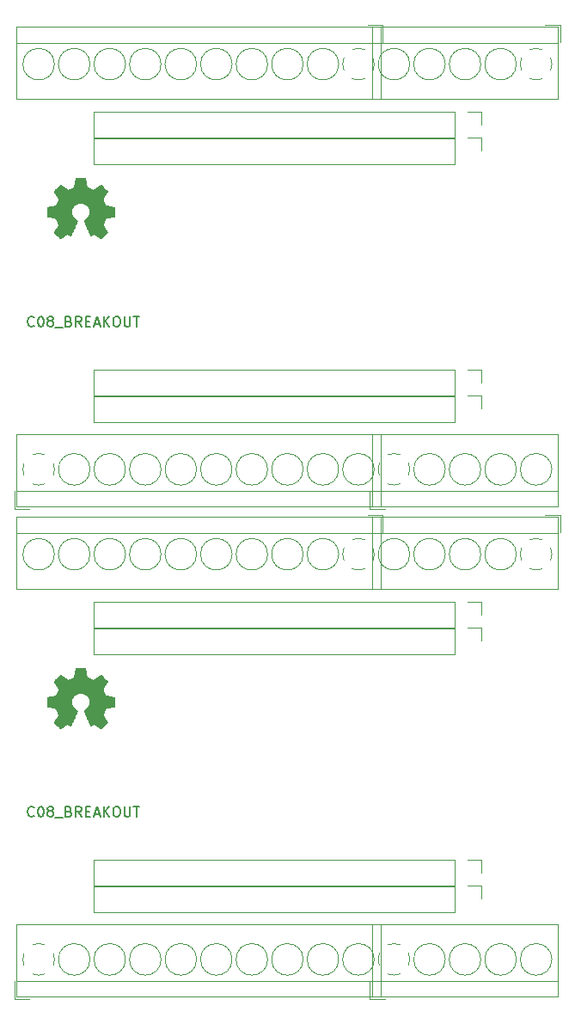
<source format=gbr>
G04 #@! TF.GenerationSoftware,KiCad,Pcbnew,5.1.5-52549c5~86~ubuntu18.04.1*
G04 #@! TF.CreationDate,2020-09-23T16:13:49-05:00*
G04 #@! TF.ProjectId,,58585858-5858-4585-9858-585858585858,rev?*
G04 #@! TF.SameCoordinates,Original*
G04 #@! TF.FileFunction,Legend,Top*
G04 #@! TF.FilePolarity,Positive*
%FSLAX46Y46*%
G04 Gerber Fmt 4.6, Leading zero omitted, Abs format (unit mm)*
G04 Created by KiCad (PCBNEW 5.1.5-52549c5~86~ubuntu18.04.1) date 2020-09-23 16:13:49*
%MOMM*%
%LPD*%
G04 APERTURE LIST*
%ADD10C,0.150000*%
%ADD11C,0.120000*%
%ADD12C,0.010000*%
G04 APERTURE END LIST*
D10*
X102176866Y-110567742D02*
X102129247Y-110615361D01*
X101986390Y-110662980D01*
X101891152Y-110662980D01*
X101748295Y-110615361D01*
X101653057Y-110520123D01*
X101605438Y-110424885D01*
X101557819Y-110234409D01*
X101557819Y-110091552D01*
X101605438Y-109901076D01*
X101653057Y-109805838D01*
X101748295Y-109710600D01*
X101891152Y-109662980D01*
X101986390Y-109662980D01*
X102129247Y-109710600D01*
X102176866Y-109758219D01*
X102795914Y-109662980D02*
X102891152Y-109662980D01*
X102986390Y-109710600D01*
X103034009Y-109758219D01*
X103081628Y-109853457D01*
X103129247Y-110043933D01*
X103129247Y-110282028D01*
X103081628Y-110472504D01*
X103034009Y-110567742D01*
X102986390Y-110615361D01*
X102891152Y-110662980D01*
X102795914Y-110662980D01*
X102700676Y-110615361D01*
X102653057Y-110567742D01*
X102605438Y-110472504D01*
X102557819Y-110282028D01*
X102557819Y-110043933D01*
X102605438Y-109853457D01*
X102653057Y-109758219D01*
X102700676Y-109710600D01*
X102795914Y-109662980D01*
X103700676Y-110091552D02*
X103605438Y-110043933D01*
X103557819Y-109996314D01*
X103510200Y-109901076D01*
X103510200Y-109853457D01*
X103557819Y-109758219D01*
X103605438Y-109710600D01*
X103700676Y-109662980D01*
X103891152Y-109662980D01*
X103986390Y-109710600D01*
X104034009Y-109758219D01*
X104081628Y-109853457D01*
X104081628Y-109901076D01*
X104034009Y-109996314D01*
X103986390Y-110043933D01*
X103891152Y-110091552D01*
X103700676Y-110091552D01*
X103605438Y-110139171D01*
X103557819Y-110186790D01*
X103510200Y-110282028D01*
X103510200Y-110472504D01*
X103557819Y-110567742D01*
X103605438Y-110615361D01*
X103700676Y-110662980D01*
X103891152Y-110662980D01*
X103986390Y-110615361D01*
X104034009Y-110567742D01*
X104081628Y-110472504D01*
X104081628Y-110282028D01*
X104034009Y-110186790D01*
X103986390Y-110139171D01*
X103891152Y-110091552D01*
X104272104Y-110758219D02*
X105034009Y-110758219D01*
X105605438Y-110139171D02*
X105748295Y-110186790D01*
X105795914Y-110234409D01*
X105843533Y-110329647D01*
X105843533Y-110472504D01*
X105795914Y-110567742D01*
X105748295Y-110615361D01*
X105653057Y-110662980D01*
X105272104Y-110662980D01*
X105272104Y-109662980D01*
X105605438Y-109662980D01*
X105700676Y-109710600D01*
X105748295Y-109758219D01*
X105795914Y-109853457D01*
X105795914Y-109948695D01*
X105748295Y-110043933D01*
X105700676Y-110091552D01*
X105605438Y-110139171D01*
X105272104Y-110139171D01*
X106843533Y-110662980D02*
X106510200Y-110186790D01*
X106272104Y-110662980D02*
X106272104Y-109662980D01*
X106653057Y-109662980D01*
X106748295Y-109710600D01*
X106795914Y-109758219D01*
X106843533Y-109853457D01*
X106843533Y-109996314D01*
X106795914Y-110091552D01*
X106748295Y-110139171D01*
X106653057Y-110186790D01*
X106272104Y-110186790D01*
X107272104Y-110139171D02*
X107605438Y-110139171D01*
X107748295Y-110662980D02*
X107272104Y-110662980D01*
X107272104Y-109662980D01*
X107748295Y-109662980D01*
X108129247Y-110377266D02*
X108605438Y-110377266D01*
X108034009Y-110662980D02*
X108367342Y-109662980D01*
X108700676Y-110662980D01*
X109034009Y-110662980D02*
X109034009Y-109662980D01*
X109605438Y-110662980D02*
X109176866Y-110091552D01*
X109605438Y-109662980D02*
X109034009Y-110234409D01*
X110224485Y-109662980D02*
X110414961Y-109662980D01*
X110510200Y-109710600D01*
X110605438Y-109805838D01*
X110653057Y-109996314D01*
X110653057Y-110329647D01*
X110605438Y-110520123D01*
X110510200Y-110615361D01*
X110414961Y-110662980D01*
X110224485Y-110662980D01*
X110129247Y-110615361D01*
X110034009Y-110520123D01*
X109986390Y-110329647D01*
X109986390Y-109996314D01*
X110034009Y-109805838D01*
X110129247Y-109710600D01*
X110224485Y-109662980D01*
X111081628Y-109662980D02*
X111081628Y-110472504D01*
X111129247Y-110567742D01*
X111176866Y-110615361D01*
X111272104Y-110662980D01*
X111462580Y-110662980D01*
X111557819Y-110615361D01*
X111605438Y-110567742D01*
X111653057Y-110472504D01*
X111653057Y-109662980D01*
X111986390Y-109662980D02*
X112557819Y-109662980D01*
X112272104Y-110662980D02*
X112272104Y-109662980D01*
X102176866Y-62307742D02*
X102129247Y-62355361D01*
X101986390Y-62402980D01*
X101891152Y-62402980D01*
X101748295Y-62355361D01*
X101653057Y-62260123D01*
X101605438Y-62164885D01*
X101557819Y-61974409D01*
X101557819Y-61831552D01*
X101605438Y-61641076D01*
X101653057Y-61545838D01*
X101748295Y-61450600D01*
X101891152Y-61402980D01*
X101986390Y-61402980D01*
X102129247Y-61450600D01*
X102176866Y-61498219D01*
X102795914Y-61402980D02*
X102891152Y-61402980D01*
X102986390Y-61450600D01*
X103034009Y-61498219D01*
X103081628Y-61593457D01*
X103129247Y-61783933D01*
X103129247Y-62022028D01*
X103081628Y-62212504D01*
X103034009Y-62307742D01*
X102986390Y-62355361D01*
X102891152Y-62402980D01*
X102795914Y-62402980D01*
X102700676Y-62355361D01*
X102653057Y-62307742D01*
X102605438Y-62212504D01*
X102557819Y-62022028D01*
X102557819Y-61783933D01*
X102605438Y-61593457D01*
X102653057Y-61498219D01*
X102700676Y-61450600D01*
X102795914Y-61402980D01*
X103700676Y-61831552D02*
X103605438Y-61783933D01*
X103557819Y-61736314D01*
X103510200Y-61641076D01*
X103510200Y-61593457D01*
X103557819Y-61498219D01*
X103605438Y-61450600D01*
X103700676Y-61402980D01*
X103891152Y-61402980D01*
X103986390Y-61450600D01*
X104034009Y-61498219D01*
X104081628Y-61593457D01*
X104081628Y-61641076D01*
X104034009Y-61736314D01*
X103986390Y-61783933D01*
X103891152Y-61831552D01*
X103700676Y-61831552D01*
X103605438Y-61879171D01*
X103557819Y-61926790D01*
X103510200Y-62022028D01*
X103510200Y-62212504D01*
X103557819Y-62307742D01*
X103605438Y-62355361D01*
X103700676Y-62402980D01*
X103891152Y-62402980D01*
X103986390Y-62355361D01*
X104034009Y-62307742D01*
X104081628Y-62212504D01*
X104081628Y-62022028D01*
X104034009Y-61926790D01*
X103986390Y-61879171D01*
X103891152Y-61831552D01*
X104272104Y-62498219D02*
X105034009Y-62498219D01*
X105605438Y-61879171D02*
X105748295Y-61926790D01*
X105795914Y-61974409D01*
X105843533Y-62069647D01*
X105843533Y-62212504D01*
X105795914Y-62307742D01*
X105748295Y-62355361D01*
X105653057Y-62402980D01*
X105272104Y-62402980D01*
X105272104Y-61402980D01*
X105605438Y-61402980D01*
X105700676Y-61450600D01*
X105748295Y-61498219D01*
X105795914Y-61593457D01*
X105795914Y-61688695D01*
X105748295Y-61783933D01*
X105700676Y-61831552D01*
X105605438Y-61879171D01*
X105272104Y-61879171D01*
X106843533Y-62402980D02*
X106510200Y-61926790D01*
X106272104Y-62402980D02*
X106272104Y-61402980D01*
X106653057Y-61402980D01*
X106748295Y-61450600D01*
X106795914Y-61498219D01*
X106843533Y-61593457D01*
X106843533Y-61736314D01*
X106795914Y-61831552D01*
X106748295Y-61879171D01*
X106653057Y-61926790D01*
X106272104Y-61926790D01*
X107272104Y-61879171D02*
X107605438Y-61879171D01*
X107748295Y-62402980D02*
X107272104Y-62402980D01*
X107272104Y-61402980D01*
X107748295Y-61402980D01*
X108129247Y-62117266D02*
X108605438Y-62117266D01*
X108034009Y-62402980D02*
X108367342Y-61402980D01*
X108700676Y-62402980D01*
X109034009Y-62402980D02*
X109034009Y-61402980D01*
X109605438Y-62402980D02*
X109176866Y-61831552D01*
X109605438Y-61402980D02*
X109034009Y-61974409D01*
X110224485Y-61402980D02*
X110414961Y-61402980D01*
X110510200Y-61450600D01*
X110605438Y-61545838D01*
X110653057Y-61736314D01*
X110653057Y-62069647D01*
X110605438Y-62260123D01*
X110510200Y-62355361D01*
X110414961Y-62402980D01*
X110224485Y-62402980D01*
X110129247Y-62355361D01*
X110034009Y-62260123D01*
X109986390Y-62069647D01*
X109986390Y-61736314D01*
X110034009Y-61545838D01*
X110129247Y-61450600D01*
X110224485Y-61402980D01*
X111081628Y-61402980D02*
X111081628Y-62212504D01*
X111129247Y-62307742D01*
X111176866Y-62355361D01*
X111272104Y-62402980D01*
X111462580Y-62402980D01*
X111557819Y-62355361D01*
X111605438Y-62307742D01*
X111653057Y-62212504D01*
X111653057Y-61402980D01*
X111986390Y-61402980D02*
X112557819Y-61402980D01*
X112272104Y-62402980D02*
X112272104Y-61402980D01*
D11*
X108027200Y-114859800D02*
X108027200Y-117519800D01*
X143647200Y-114859800D02*
X108027200Y-114859800D01*
X143647200Y-117519800D02*
X108027200Y-117519800D01*
X143647200Y-114859800D02*
X143647200Y-117519800D01*
X144917200Y-114859800D02*
X146247200Y-114859800D01*
X146247200Y-114859800D02*
X146247200Y-116189800D01*
D12*
G36*
X107312014Y-96503531D02*
G01*
X107395835Y-96948155D01*
X107705120Y-97075653D01*
X108014406Y-97203151D01*
X108385446Y-96950846D01*
X108489357Y-96880596D01*
X108583287Y-96817872D01*
X108662852Y-96765538D01*
X108723670Y-96726457D01*
X108761357Y-96703493D01*
X108771621Y-96698542D01*
X108790110Y-96711276D01*
X108829620Y-96746482D01*
X108885722Y-96799662D01*
X108953987Y-96866318D01*
X109029986Y-96941954D01*
X109109292Y-97022072D01*
X109187475Y-97102174D01*
X109260107Y-97177764D01*
X109322759Y-97244345D01*
X109371003Y-97297418D01*
X109400410Y-97332487D01*
X109407441Y-97344223D01*
X109397323Y-97365860D01*
X109368959Y-97413262D01*
X109325329Y-97481793D01*
X109269418Y-97566815D01*
X109204206Y-97663693D01*
X109166419Y-97718950D01*
X109097543Y-97819848D01*
X109036340Y-97910899D01*
X108985778Y-97987570D01*
X108948828Y-98045328D01*
X108928458Y-98079643D01*
X108925397Y-98086854D01*
X108932336Y-98107348D01*
X108951251Y-98155113D01*
X108979287Y-98223432D01*
X109013591Y-98305589D01*
X109051309Y-98394870D01*
X109089587Y-98484558D01*
X109125570Y-98567938D01*
X109156406Y-98638294D01*
X109179239Y-98688910D01*
X109191217Y-98713071D01*
X109191924Y-98714022D01*
X109210731Y-98718636D01*
X109260818Y-98728928D01*
X109336993Y-98743887D01*
X109434065Y-98762501D01*
X109546843Y-98783759D01*
X109612642Y-98796018D01*
X109733150Y-98818962D01*
X109841997Y-98840795D01*
X109933676Y-98860322D01*
X110002681Y-98876348D01*
X110043504Y-98887679D01*
X110051711Y-98891274D01*
X110059748Y-98915606D01*
X110066233Y-98970559D01*
X110071170Y-99049708D01*
X110074564Y-99146626D01*
X110076418Y-99254887D01*
X110076738Y-99368065D01*
X110075527Y-99479735D01*
X110072790Y-99583468D01*
X110068531Y-99672841D01*
X110062755Y-99741426D01*
X110055467Y-99782797D01*
X110051095Y-99791410D01*
X110024964Y-99801733D01*
X109969593Y-99816492D01*
X109892307Y-99833952D01*
X109800430Y-99852380D01*
X109768358Y-99858341D01*
X109613724Y-99886666D01*
X109491575Y-99909476D01*
X109397873Y-99927680D01*
X109328584Y-99942183D01*
X109279671Y-99953892D01*
X109247097Y-99963715D01*
X109226828Y-99972556D01*
X109214826Y-99981324D01*
X109213147Y-99983057D01*
X109196384Y-100010971D01*
X109170814Y-100065295D01*
X109138988Y-100139377D01*
X109103460Y-100226565D01*
X109066783Y-100320208D01*
X109031511Y-100413652D01*
X109000196Y-100500247D01*
X108975393Y-100573340D01*
X108959654Y-100626278D01*
X108955532Y-100652411D01*
X108955876Y-100653326D01*
X108969841Y-100674686D01*
X109001522Y-100721684D01*
X109047591Y-100789427D01*
X109104718Y-100873023D01*
X109169573Y-100967582D01*
X109188043Y-100994454D01*
X109253899Y-101091875D01*
X109311850Y-101180763D01*
X109358738Y-101256012D01*
X109391407Y-101312520D01*
X109406700Y-101345181D01*
X109407441Y-101349193D01*
X109394592Y-101370284D01*
X109359088Y-101412064D01*
X109305493Y-101470045D01*
X109238371Y-101539735D01*
X109162287Y-101616645D01*
X109081804Y-101696283D01*
X109001487Y-101774161D01*
X108925899Y-101845786D01*
X108859605Y-101906670D01*
X108807169Y-101952321D01*
X108773155Y-101978250D01*
X108763745Y-101982483D01*
X108741843Y-101972512D01*
X108697000Y-101945620D01*
X108636521Y-101906336D01*
X108589989Y-101874717D01*
X108505675Y-101816698D01*
X108405826Y-101748384D01*
X108305673Y-101680179D01*
X108251827Y-101643675D01*
X108069571Y-101520400D01*
X107916581Y-101603120D01*
X107846882Y-101639359D01*
X107787614Y-101667526D01*
X107747511Y-101683591D01*
X107737303Y-101685826D01*
X107725029Y-101669322D01*
X107700813Y-101622682D01*
X107666463Y-101550209D01*
X107623788Y-101456206D01*
X107574594Y-101344974D01*
X107520690Y-101220815D01*
X107463884Y-101088032D01*
X107405982Y-100950927D01*
X107348793Y-100813802D01*
X107294124Y-100680958D01*
X107243784Y-100556698D01*
X107199580Y-100445325D01*
X107163319Y-100351139D01*
X107136809Y-100278444D01*
X107121858Y-100231541D01*
X107119454Y-100215433D01*
X107138511Y-100194886D01*
X107180236Y-100161533D01*
X107235906Y-100122302D01*
X107240578Y-100119199D01*
X107384464Y-100004023D01*
X107500483Y-99869653D01*
X107587630Y-99720384D01*
X107644899Y-99560513D01*
X107671286Y-99394337D01*
X107665785Y-99226152D01*
X107627390Y-99060255D01*
X107555095Y-98900942D01*
X107533826Y-98866087D01*
X107423196Y-98725337D01*
X107292502Y-98612314D01*
X107146264Y-98527603D01*
X106989008Y-98471794D01*
X106825257Y-98445474D01*
X106659533Y-98449230D01*
X106496362Y-98483650D01*
X106340265Y-98549323D01*
X106195767Y-98646835D01*
X106151069Y-98686413D01*
X106037312Y-98810303D01*
X105954418Y-98940724D01*
X105897556Y-99086915D01*
X105865887Y-99231688D01*
X105858069Y-99394460D01*
X105884138Y-99558040D01*
X105941445Y-99716898D01*
X106027344Y-99865506D01*
X106139186Y-99998335D01*
X106274323Y-100109856D01*
X106292083Y-100121611D01*
X106348350Y-100160108D01*
X106391123Y-100193463D01*
X106411572Y-100214760D01*
X106411869Y-100215433D01*
X106407479Y-100238471D01*
X106390076Y-100290757D01*
X106361468Y-100367990D01*
X106323465Y-100465868D01*
X106277874Y-100580091D01*
X106226503Y-100706358D01*
X106171162Y-100840367D01*
X106113658Y-100977818D01*
X106055801Y-101114408D01*
X105999398Y-101245837D01*
X105946258Y-101367805D01*
X105898190Y-101476009D01*
X105857001Y-101566149D01*
X105824501Y-101633923D01*
X105802497Y-101675030D01*
X105793636Y-101685826D01*
X105766560Y-101677419D01*
X105715897Y-101654872D01*
X105650383Y-101622213D01*
X105614359Y-101603120D01*
X105461368Y-101520400D01*
X105279112Y-101643675D01*
X105186075Y-101706828D01*
X105084215Y-101776327D01*
X104988762Y-101841765D01*
X104940950Y-101874717D01*
X104873705Y-101919873D01*
X104816764Y-101955657D01*
X104777554Y-101977538D01*
X104764819Y-101982163D01*
X104746283Y-101969685D01*
X104705259Y-101934852D01*
X104645725Y-101881278D01*
X104571658Y-101812583D01*
X104487035Y-101732381D01*
X104433515Y-101680886D01*
X104339881Y-101588886D01*
X104258959Y-101506599D01*
X104194023Y-101437545D01*
X104148342Y-101385244D01*
X104125189Y-101353216D01*
X104122968Y-101346716D01*
X104133276Y-101321994D01*
X104161761Y-101272005D01*
X104205263Y-101201812D01*
X104260623Y-101116475D01*
X104324680Y-101021056D01*
X104342897Y-100994454D01*
X104409273Y-100897767D01*
X104468822Y-100810717D01*
X104518216Y-100738195D01*
X104554125Y-100685093D01*
X104573219Y-100656303D01*
X104575064Y-100653326D01*
X104572305Y-100630382D01*
X104557662Y-100579936D01*
X104533687Y-100508641D01*
X104502934Y-100423147D01*
X104467956Y-100330107D01*
X104431307Y-100236174D01*
X104395539Y-100147999D01*
X104363206Y-100072234D01*
X104336862Y-100015531D01*
X104319058Y-99984543D01*
X104317793Y-99983057D01*
X104306906Y-99974201D01*
X104288518Y-99965443D01*
X104258594Y-99955877D01*
X104213097Y-99944596D01*
X104147991Y-99930693D01*
X104059239Y-99913263D01*
X103942807Y-99891398D01*
X103794658Y-99864191D01*
X103762582Y-99858341D01*
X103667514Y-99839974D01*
X103584635Y-99822005D01*
X103521270Y-99806169D01*
X103484742Y-99794200D01*
X103479844Y-99791410D01*
X103471773Y-99766672D01*
X103465213Y-99711390D01*
X103460167Y-99631989D01*
X103456641Y-99534896D01*
X103454639Y-99426538D01*
X103454164Y-99313340D01*
X103455223Y-99201728D01*
X103457818Y-99098129D01*
X103461954Y-99008968D01*
X103467637Y-98940672D01*
X103474869Y-98899666D01*
X103479229Y-98891274D01*
X103503502Y-98882808D01*
X103558774Y-98869035D01*
X103639538Y-98851150D01*
X103740288Y-98830348D01*
X103855517Y-98807823D01*
X103918298Y-98796018D01*
X104037413Y-98773751D01*
X104143635Y-98753579D01*
X104231773Y-98736515D01*
X104296634Y-98723569D01*
X104333026Y-98715755D01*
X104339016Y-98714022D01*
X104349139Y-98694490D01*
X104370538Y-98647443D01*
X104400361Y-98579603D01*
X104435755Y-98497691D01*
X104473868Y-98408428D01*
X104511847Y-98318535D01*
X104546840Y-98234735D01*
X104575994Y-98163747D01*
X104596457Y-98112294D01*
X104605377Y-98087097D01*
X104605543Y-98085996D01*
X104595431Y-98066119D01*
X104567083Y-98020377D01*
X104523477Y-97953317D01*
X104467594Y-97869484D01*
X104402413Y-97773426D01*
X104364521Y-97718250D01*
X104295475Y-97617081D01*
X104234150Y-97525230D01*
X104183537Y-97447344D01*
X104146629Y-97388069D01*
X104126418Y-97352051D01*
X104123499Y-97343977D01*
X104136047Y-97325184D01*
X104170737Y-97285057D01*
X104223137Y-97228093D01*
X104288816Y-97158785D01*
X104363344Y-97081631D01*
X104442287Y-97001125D01*
X104521217Y-96921763D01*
X104595700Y-96848040D01*
X104661306Y-96784452D01*
X104713604Y-96735494D01*
X104748161Y-96705661D01*
X104759722Y-96698542D01*
X104778546Y-96708553D01*
X104823569Y-96736678D01*
X104890413Y-96780054D01*
X104974701Y-96835818D01*
X105072056Y-96901106D01*
X105145493Y-96950846D01*
X105516533Y-97203151D01*
X106135105Y-96948155D01*
X106218925Y-96503531D01*
X106302746Y-96058907D01*
X107228194Y-96058907D01*
X107312014Y-96503531D01*
G37*
X107312014Y-96503531D02*
X107395835Y-96948155D01*
X107705120Y-97075653D01*
X108014406Y-97203151D01*
X108385446Y-96950846D01*
X108489357Y-96880596D01*
X108583287Y-96817872D01*
X108662852Y-96765538D01*
X108723670Y-96726457D01*
X108761357Y-96703493D01*
X108771621Y-96698542D01*
X108790110Y-96711276D01*
X108829620Y-96746482D01*
X108885722Y-96799662D01*
X108953987Y-96866318D01*
X109029986Y-96941954D01*
X109109292Y-97022072D01*
X109187475Y-97102174D01*
X109260107Y-97177764D01*
X109322759Y-97244345D01*
X109371003Y-97297418D01*
X109400410Y-97332487D01*
X109407441Y-97344223D01*
X109397323Y-97365860D01*
X109368959Y-97413262D01*
X109325329Y-97481793D01*
X109269418Y-97566815D01*
X109204206Y-97663693D01*
X109166419Y-97718950D01*
X109097543Y-97819848D01*
X109036340Y-97910899D01*
X108985778Y-97987570D01*
X108948828Y-98045328D01*
X108928458Y-98079643D01*
X108925397Y-98086854D01*
X108932336Y-98107348D01*
X108951251Y-98155113D01*
X108979287Y-98223432D01*
X109013591Y-98305589D01*
X109051309Y-98394870D01*
X109089587Y-98484558D01*
X109125570Y-98567938D01*
X109156406Y-98638294D01*
X109179239Y-98688910D01*
X109191217Y-98713071D01*
X109191924Y-98714022D01*
X109210731Y-98718636D01*
X109260818Y-98728928D01*
X109336993Y-98743887D01*
X109434065Y-98762501D01*
X109546843Y-98783759D01*
X109612642Y-98796018D01*
X109733150Y-98818962D01*
X109841997Y-98840795D01*
X109933676Y-98860322D01*
X110002681Y-98876348D01*
X110043504Y-98887679D01*
X110051711Y-98891274D01*
X110059748Y-98915606D01*
X110066233Y-98970559D01*
X110071170Y-99049708D01*
X110074564Y-99146626D01*
X110076418Y-99254887D01*
X110076738Y-99368065D01*
X110075527Y-99479735D01*
X110072790Y-99583468D01*
X110068531Y-99672841D01*
X110062755Y-99741426D01*
X110055467Y-99782797D01*
X110051095Y-99791410D01*
X110024964Y-99801733D01*
X109969593Y-99816492D01*
X109892307Y-99833952D01*
X109800430Y-99852380D01*
X109768358Y-99858341D01*
X109613724Y-99886666D01*
X109491575Y-99909476D01*
X109397873Y-99927680D01*
X109328584Y-99942183D01*
X109279671Y-99953892D01*
X109247097Y-99963715D01*
X109226828Y-99972556D01*
X109214826Y-99981324D01*
X109213147Y-99983057D01*
X109196384Y-100010971D01*
X109170814Y-100065295D01*
X109138988Y-100139377D01*
X109103460Y-100226565D01*
X109066783Y-100320208D01*
X109031511Y-100413652D01*
X109000196Y-100500247D01*
X108975393Y-100573340D01*
X108959654Y-100626278D01*
X108955532Y-100652411D01*
X108955876Y-100653326D01*
X108969841Y-100674686D01*
X109001522Y-100721684D01*
X109047591Y-100789427D01*
X109104718Y-100873023D01*
X109169573Y-100967582D01*
X109188043Y-100994454D01*
X109253899Y-101091875D01*
X109311850Y-101180763D01*
X109358738Y-101256012D01*
X109391407Y-101312520D01*
X109406700Y-101345181D01*
X109407441Y-101349193D01*
X109394592Y-101370284D01*
X109359088Y-101412064D01*
X109305493Y-101470045D01*
X109238371Y-101539735D01*
X109162287Y-101616645D01*
X109081804Y-101696283D01*
X109001487Y-101774161D01*
X108925899Y-101845786D01*
X108859605Y-101906670D01*
X108807169Y-101952321D01*
X108773155Y-101978250D01*
X108763745Y-101982483D01*
X108741843Y-101972512D01*
X108697000Y-101945620D01*
X108636521Y-101906336D01*
X108589989Y-101874717D01*
X108505675Y-101816698D01*
X108405826Y-101748384D01*
X108305673Y-101680179D01*
X108251827Y-101643675D01*
X108069571Y-101520400D01*
X107916581Y-101603120D01*
X107846882Y-101639359D01*
X107787614Y-101667526D01*
X107747511Y-101683591D01*
X107737303Y-101685826D01*
X107725029Y-101669322D01*
X107700813Y-101622682D01*
X107666463Y-101550209D01*
X107623788Y-101456206D01*
X107574594Y-101344974D01*
X107520690Y-101220815D01*
X107463884Y-101088032D01*
X107405982Y-100950927D01*
X107348793Y-100813802D01*
X107294124Y-100680958D01*
X107243784Y-100556698D01*
X107199580Y-100445325D01*
X107163319Y-100351139D01*
X107136809Y-100278444D01*
X107121858Y-100231541D01*
X107119454Y-100215433D01*
X107138511Y-100194886D01*
X107180236Y-100161533D01*
X107235906Y-100122302D01*
X107240578Y-100119199D01*
X107384464Y-100004023D01*
X107500483Y-99869653D01*
X107587630Y-99720384D01*
X107644899Y-99560513D01*
X107671286Y-99394337D01*
X107665785Y-99226152D01*
X107627390Y-99060255D01*
X107555095Y-98900942D01*
X107533826Y-98866087D01*
X107423196Y-98725337D01*
X107292502Y-98612314D01*
X107146264Y-98527603D01*
X106989008Y-98471794D01*
X106825257Y-98445474D01*
X106659533Y-98449230D01*
X106496362Y-98483650D01*
X106340265Y-98549323D01*
X106195767Y-98646835D01*
X106151069Y-98686413D01*
X106037312Y-98810303D01*
X105954418Y-98940724D01*
X105897556Y-99086915D01*
X105865887Y-99231688D01*
X105858069Y-99394460D01*
X105884138Y-99558040D01*
X105941445Y-99716898D01*
X106027344Y-99865506D01*
X106139186Y-99998335D01*
X106274323Y-100109856D01*
X106292083Y-100121611D01*
X106348350Y-100160108D01*
X106391123Y-100193463D01*
X106411572Y-100214760D01*
X106411869Y-100215433D01*
X106407479Y-100238471D01*
X106390076Y-100290757D01*
X106361468Y-100367990D01*
X106323465Y-100465868D01*
X106277874Y-100580091D01*
X106226503Y-100706358D01*
X106171162Y-100840367D01*
X106113658Y-100977818D01*
X106055801Y-101114408D01*
X105999398Y-101245837D01*
X105946258Y-101367805D01*
X105898190Y-101476009D01*
X105857001Y-101566149D01*
X105824501Y-101633923D01*
X105802497Y-101675030D01*
X105793636Y-101685826D01*
X105766560Y-101677419D01*
X105715897Y-101654872D01*
X105650383Y-101622213D01*
X105614359Y-101603120D01*
X105461368Y-101520400D01*
X105279112Y-101643675D01*
X105186075Y-101706828D01*
X105084215Y-101776327D01*
X104988762Y-101841765D01*
X104940950Y-101874717D01*
X104873705Y-101919873D01*
X104816764Y-101955657D01*
X104777554Y-101977538D01*
X104764819Y-101982163D01*
X104746283Y-101969685D01*
X104705259Y-101934852D01*
X104645725Y-101881278D01*
X104571658Y-101812583D01*
X104487035Y-101732381D01*
X104433515Y-101680886D01*
X104339881Y-101588886D01*
X104258959Y-101506599D01*
X104194023Y-101437545D01*
X104148342Y-101385244D01*
X104125189Y-101353216D01*
X104122968Y-101346716D01*
X104133276Y-101321994D01*
X104161761Y-101272005D01*
X104205263Y-101201812D01*
X104260623Y-101116475D01*
X104324680Y-101021056D01*
X104342897Y-100994454D01*
X104409273Y-100897767D01*
X104468822Y-100810717D01*
X104518216Y-100738195D01*
X104554125Y-100685093D01*
X104573219Y-100656303D01*
X104575064Y-100653326D01*
X104572305Y-100630382D01*
X104557662Y-100579936D01*
X104533687Y-100508641D01*
X104502934Y-100423147D01*
X104467956Y-100330107D01*
X104431307Y-100236174D01*
X104395539Y-100147999D01*
X104363206Y-100072234D01*
X104336862Y-100015531D01*
X104319058Y-99984543D01*
X104317793Y-99983057D01*
X104306906Y-99974201D01*
X104288518Y-99965443D01*
X104258594Y-99955877D01*
X104213097Y-99944596D01*
X104147991Y-99930693D01*
X104059239Y-99913263D01*
X103942807Y-99891398D01*
X103794658Y-99864191D01*
X103762582Y-99858341D01*
X103667514Y-99839974D01*
X103584635Y-99822005D01*
X103521270Y-99806169D01*
X103484742Y-99794200D01*
X103479844Y-99791410D01*
X103471773Y-99766672D01*
X103465213Y-99711390D01*
X103460167Y-99631989D01*
X103456641Y-99534896D01*
X103454639Y-99426538D01*
X103454164Y-99313340D01*
X103455223Y-99201728D01*
X103457818Y-99098129D01*
X103461954Y-99008968D01*
X103467637Y-98940672D01*
X103474869Y-98899666D01*
X103479229Y-98891274D01*
X103503502Y-98882808D01*
X103558774Y-98869035D01*
X103639538Y-98851150D01*
X103740288Y-98830348D01*
X103855517Y-98807823D01*
X103918298Y-98796018D01*
X104037413Y-98773751D01*
X104143635Y-98753579D01*
X104231773Y-98736515D01*
X104296634Y-98723569D01*
X104333026Y-98715755D01*
X104339016Y-98714022D01*
X104349139Y-98694490D01*
X104370538Y-98647443D01*
X104400361Y-98579603D01*
X104435755Y-98497691D01*
X104473868Y-98408428D01*
X104511847Y-98318535D01*
X104546840Y-98234735D01*
X104575994Y-98163747D01*
X104596457Y-98112294D01*
X104605377Y-98087097D01*
X104605543Y-98085996D01*
X104595431Y-98066119D01*
X104567083Y-98020377D01*
X104523477Y-97953317D01*
X104467594Y-97869484D01*
X104402413Y-97773426D01*
X104364521Y-97718250D01*
X104295475Y-97617081D01*
X104234150Y-97525230D01*
X104183537Y-97447344D01*
X104146629Y-97388069D01*
X104126418Y-97352051D01*
X104123499Y-97343977D01*
X104136047Y-97325184D01*
X104170737Y-97285057D01*
X104223137Y-97228093D01*
X104288816Y-97158785D01*
X104363344Y-97081631D01*
X104442287Y-97001125D01*
X104521217Y-96921763D01*
X104595700Y-96848040D01*
X104661306Y-96784452D01*
X104713604Y-96735494D01*
X104748161Y-96705661D01*
X104759722Y-96698542D01*
X104778546Y-96708553D01*
X104823569Y-96736678D01*
X104890413Y-96780054D01*
X104974701Y-96835818D01*
X105072056Y-96901106D01*
X105145493Y-96950846D01*
X105516533Y-97203151D01*
X106135105Y-96948155D01*
X106218925Y-96503531D01*
X106302746Y-96058907D01*
X107228194Y-96058907D01*
X107312014Y-96503531D01*
D11*
X103244787Y-126140385D02*
G75*
G02X102637200Y-126264000I-607587J1431385D01*
G01*
X104069309Y-124101258D02*
G75*
G02X104069200Y-125317000I-1432109J-607742D01*
G01*
X102029458Y-123276891D02*
G75*
G02X103245200Y-123277000I607742J-1432109D01*
G01*
X101205091Y-125316742D02*
G75*
G02X101205200Y-124101000I1432109J607742D01*
G01*
X102664211Y-126264492D02*
G75*
G02X102029200Y-126141000I-27011J1555492D01*
G01*
X107692200Y-124709000D02*
G75*
G03X107692200Y-124709000I-1555000J0D01*
G01*
X111192200Y-124709000D02*
G75*
G03X111192200Y-124709000I-1555000J0D01*
G01*
X114692200Y-124709000D02*
G75*
G03X114692200Y-124709000I-1555000J0D01*
G01*
X118192200Y-124709000D02*
G75*
G03X118192200Y-124709000I-1555000J0D01*
G01*
X121692200Y-124709000D02*
G75*
G03X121692200Y-124709000I-1555000J0D01*
G01*
X125192200Y-124709000D02*
G75*
G03X125192200Y-124709000I-1555000J0D01*
G01*
X128692200Y-124709000D02*
G75*
G03X128692200Y-124709000I-1555000J0D01*
G01*
X132192200Y-124709000D02*
G75*
G03X132192200Y-124709000I-1555000J0D01*
G01*
X135692200Y-124709000D02*
G75*
G03X135692200Y-124709000I-1555000J0D01*
G01*
X100477200Y-126809000D02*
X136297200Y-126809000D01*
X100477200Y-121249000D02*
X136297200Y-121249000D01*
X100477200Y-128369000D02*
X136297200Y-128369000D01*
X100477200Y-121249000D02*
X100477200Y-128369000D01*
X136297200Y-121249000D02*
X136297200Y-128369000D01*
X100237200Y-126869000D02*
X100237200Y-128609000D01*
X100237200Y-128609000D02*
X101737200Y-128609000D01*
X108027200Y-117399800D02*
X108027200Y-120059800D01*
X143647200Y-117399800D02*
X108027200Y-117399800D01*
X143647200Y-120059800D02*
X108027200Y-120059800D01*
X143647200Y-117399800D02*
X143647200Y-120059800D01*
X144917200Y-117399800D02*
X146247200Y-117399800D01*
X146247200Y-117399800D02*
X146247200Y-118729800D01*
X138244787Y-126140385D02*
G75*
G02X137637200Y-126264000I-607587J1431385D01*
G01*
X139069309Y-124101258D02*
G75*
G02X139069200Y-125317000I-1432109J-607742D01*
G01*
X137029458Y-123276891D02*
G75*
G02X138245200Y-123277000I607742J-1432109D01*
G01*
X136205091Y-125316742D02*
G75*
G02X136205200Y-124101000I1432109J607742D01*
G01*
X137664211Y-126264492D02*
G75*
G02X137029200Y-126141000I-27011J1555492D01*
G01*
X142692200Y-124709000D02*
G75*
G03X142692200Y-124709000I-1555000J0D01*
G01*
X146192200Y-124709000D02*
G75*
G03X146192200Y-124709000I-1555000J0D01*
G01*
X149692200Y-124709000D02*
G75*
G03X149692200Y-124709000I-1555000J0D01*
G01*
X153192200Y-124709000D02*
G75*
G03X153192200Y-124709000I-1555000J0D01*
G01*
X135477200Y-126809000D02*
X153797200Y-126809000D01*
X135477200Y-121249000D02*
X153797200Y-121249000D01*
X135477200Y-128369000D02*
X153797200Y-128369000D01*
X135477200Y-121249000D02*
X135477200Y-128369000D01*
X153797200Y-121249000D02*
X153797200Y-128369000D01*
X135237200Y-126869000D02*
X135237200Y-128609000D01*
X135237200Y-128609000D02*
X136737200Y-128609000D01*
X151029613Y-83379215D02*
G75*
G02X151637200Y-83255600I607587J-1431385D01*
G01*
X150205091Y-85418342D02*
G75*
G02X150205200Y-84202600I1432109J607742D01*
G01*
X152244942Y-86242709D02*
G75*
G02X151029200Y-86242600I-607742J1432109D01*
G01*
X153069309Y-84202858D02*
G75*
G02X153069200Y-85418600I-1432109J-607742D01*
G01*
X151610189Y-83255108D02*
G75*
G02X152245200Y-83378600I27011J-1555492D01*
G01*
X149692200Y-84810600D02*
G75*
G03X149692200Y-84810600I-1555000J0D01*
G01*
X146192200Y-84810600D02*
G75*
G03X146192200Y-84810600I-1555000J0D01*
G01*
X142692200Y-84810600D02*
G75*
G03X142692200Y-84810600I-1555000J0D01*
G01*
X139192200Y-84810600D02*
G75*
G03X139192200Y-84810600I-1555000J0D01*
G01*
X153797200Y-82710600D02*
X135477200Y-82710600D01*
X153797200Y-88270600D02*
X135477200Y-88270600D01*
X153797200Y-81150600D02*
X135477200Y-81150600D01*
X153797200Y-88270600D02*
X153797200Y-81150600D01*
X135477200Y-88270600D02*
X135477200Y-81150600D01*
X154037200Y-82650600D02*
X154037200Y-80910600D01*
X154037200Y-80910600D02*
X152537200Y-80910600D01*
X108027200Y-89459800D02*
X108027200Y-92119800D01*
X143647200Y-89459800D02*
X108027200Y-89459800D01*
X143647200Y-92119800D02*
X108027200Y-92119800D01*
X143647200Y-89459800D02*
X143647200Y-92119800D01*
X144917200Y-89459800D02*
X146247200Y-89459800D01*
X146247200Y-89459800D02*
X146247200Y-90789800D01*
X108027200Y-91999800D02*
X108027200Y-94659800D01*
X143647200Y-91999800D02*
X108027200Y-91999800D01*
X143647200Y-94659800D02*
X108027200Y-94659800D01*
X143647200Y-91999800D02*
X143647200Y-94659800D01*
X144917200Y-91999800D02*
X146247200Y-91999800D01*
X146247200Y-91999800D02*
X146247200Y-93329800D01*
X136537200Y-80910600D02*
X135037200Y-80910600D01*
X136537200Y-82650600D02*
X136537200Y-80910600D01*
X100477200Y-88270600D02*
X100477200Y-81150600D01*
X136297200Y-88270600D02*
X136297200Y-81150600D01*
X136297200Y-81150600D02*
X100477200Y-81150600D01*
X136297200Y-88270600D02*
X100477200Y-88270600D01*
X136297200Y-82710600D02*
X100477200Y-82710600D01*
X104192200Y-84810600D02*
G75*
G03X104192200Y-84810600I-1555000J0D01*
G01*
X107692200Y-84810600D02*
G75*
G03X107692200Y-84810600I-1555000J0D01*
G01*
X111192200Y-84810600D02*
G75*
G03X111192200Y-84810600I-1555000J0D01*
G01*
X114692200Y-84810600D02*
G75*
G03X114692200Y-84810600I-1555000J0D01*
G01*
X118192200Y-84810600D02*
G75*
G03X118192200Y-84810600I-1555000J0D01*
G01*
X121692200Y-84810600D02*
G75*
G03X121692200Y-84810600I-1555000J0D01*
G01*
X125192200Y-84810600D02*
G75*
G03X125192200Y-84810600I-1555000J0D01*
G01*
X128692200Y-84810600D02*
G75*
G03X128692200Y-84810600I-1555000J0D01*
G01*
X132192200Y-84810600D02*
G75*
G03X132192200Y-84810600I-1555000J0D01*
G01*
X134110189Y-83255108D02*
G75*
G02X134745200Y-83378600I27011J-1555492D01*
G01*
X135569309Y-84202858D02*
G75*
G02X135569200Y-85418600I-1432109J-607742D01*
G01*
X134744942Y-86242709D02*
G75*
G02X133529200Y-86242600I-607742J1432109D01*
G01*
X132705091Y-85418342D02*
G75*
G02X132705200Y-84202600I1432109J607742D01*
G01*
X133529613Y-83379215D02*
G75*
G02X134137200Y-83255600I607587J-1431385D01*
G01*
X146247200Y-66599800D02*
X146247200Y-67929800D01*
X144917200Y-66599800D02*
X146247200Y-66599800D01*
X143647200Y-66599800D02*
X143647200Y-69259800D01*
X143647200Y-69259800D02*
X108027200Y-69259800D01*
X143647200Y-66599800D02*
X108027200Y-66599800D01*
X108027200Y-66599800D02*
X108027200Y-69259800D01*
X146247200Y-43739800D02*
X146247200Y-45069800D01*
X144917200Y-43739800D02*
X146247200Y-43739800D01*
X143647200Y-43739800D02*
X143647200Y-46399800D01*
X143647200Y-46399800D02*
X108027200Y-46399800D01*
X143647200Y-43739800D02*
X108027200Y-43739800D01*
X108027200Y-43739800D02*
X108027200Y-46399800D01*
X135237200Y-80349000D02*
X136737200Y-80349000D01*
X135237200Y-78609000D02*
X135237200Y-80349000D01*
X153797200Y-72989000D02*
X153797200Y-80109000D01*
X135477200Y-72989000D02*
X135477200Y-80109000D01*
X135477200Y-80109000D02*
X153797200Y-80109000D01*
X135477200Y-72989000D02*
X153797200Y-72989000D01*
X135477200Y-78549000D02*
X153797200Y-78549000D01*
X153192200Y-76449000D02*
G75*
G03X153192200Y-76449000I-1555000J0D01*
G01*
X149692200Y-76449000D02*
G75*
G03X149692200Y-76449000I-1555000J0D01*
G01*
X146192200Y-76449000D02*
G75*
G03X146192200Y-76449000I-1555000J0D01*
G01*
X142692200Y-76449000D02*
G75*
G03X142692200Y-76449000I-1555000J0D01*
G01*
X137664211Y-78004492D02*
G75*
G02X137029200Y-77881000I-27011J1555492D01*
G01*
X136205091Y-77056742D02*
G75*
G02X136205200Y-75841000I1432109J607742D01*
G01*
X137029458Y-75016891D02*
G75*
G02X138245200Y-75017000I607742J-1432109D01*
G01*
X139069309Y-75841258D02*
G75*
G02X139069200Y-77057000I-1432109J-607742D01*
G01*
X138244787Y-77880385D02*
G75*
G02X137637200Y-78004000I-607587J1431385D01*
G01*
X146247200Y-69139800D02*
X146247200Y-70469800D01*
X144917200Y-69139800D02*
X146247200Y-69139800D01*
X143647200Y-69139800D02*
X143647200Y-71799800D01*
X143647200Y-71799800D02*
X108027200Y-71799800D01*
X143647200Y-69139800D02*
X108027200Y-69139800D01*
X108027200Y-69139800D02*
X108027200Y-71799800D01*
X146247200Y-41199800D02*
X146247200Y-42529800D01*
X144917200Y-41199800D02*
X146247200Y-41199800D01*
X143647200Y-41199800D02*
X143647200Y-43859800D01*
X143647200Y-43859800D02*
X108027200Y-43859800D01*
X143647200Y-41199800D02*
X108027200Y-41199800D01*
X108027200Y-41199800D02*
X108027200Y-43859800D01*
X154037200Y-32650600D02*
X152537200Y-32650600D01*
X154037200Y-34390600D02*
X154037200Y-32650600D01*
X135477200Y-40010600D02*
X135477200Y-32890600D01*
X153797200Y-40010600D02*
X153797200Y-32890600D01*
X153797200Y-32890600D02*
X135477200Y-32890600D01*
X153797200Y-40010600D02*
X135477200Y-40010600D01*
X153797200Y-34450600D02*
X135477200Y-34450600D01*
X139192200Y-36550600D02*
G75*
G03X139192200Y-36550600I-1555000J0D01*
G01*
X142692200Y-36550600D02*
G75*
G03X142692200Y-36550600I-1555000J0D01*
G01*
X146192200Y-36550600D02*
G75*
G03X146192200Y-36550600I-1555000J0D01*
G01*
X149692200Y-36550600D02*
G75*
G03X149692200Y-36550600I-1555000J0D01*
G01*
X151610189Y-34995108D02*
G75*
G02X152245200Y-35118600I27011J-1555492D01*
G01*
X153069309Y-35942858D02*
G75*
G02X153069200Y-37158600I-1432109J-607742D01*
G01*
X152244942Y-37982709D02*
G75*
G02X151029200Y-37982600I-607742J1432109D01*
G01*
X150205091Y-37158342D02*
G75*
G02X150205200Y-35942600I1432109J607742D01*
G01*
X151029613Y-35119215D02*
G75*
G02X151637200Y-34995600I607587J-1431385D01*
G01*
D12*
G36*
X107312014Y-48243531D02*
G01*
X107395835Y-48688155D01*
X107705120Y-48815653D01*
X108014406Y-48943151D01*
X108385446Y-48690846D01*
X108489357Y-48620596D01*
X108583287Y-48557872D01*
X108662852Y-48505538D01*
X108723670Y-48466457D01*
X108761357Y-48443493D01*
X108771621Y-48438542D01*
X108790110Y-48451276D01*
X108829620Y-48486482D01*
X108885722Y-48539662D01*
X108953987Y-48606318D01*
X109029986Y-48681954D01*
X109109292Y-48762072D01*
X109187475Y-48842174D01*
X109260107Y-48917764D01*
X109322759Y-48984345D01*
X109371003Y-49037418D01*
X109400410Y-49072487D01*
X109407441Y-49084223D01*
X109397323Y-49105860D01*
X109368959Y-49153262D01*
X109325329Y-49221793D01*
X109269418Y-49306815D01*
X109204206Y-49403693D01*
X109166419Y-49458950D01*
X109097543Y-49559848D01*
X109036340Y-49650899D01*
X108985778Y-49727570D01*
X108948828Y-49785328D01*
X108928458Y-49819643D01*
X108925397Y-49826854D01*
X108932336Y-49847348D01*
X108951251Y-49895113D01*
X108979287Y-49963432D01*
X109013591Y-50045589D01*
X109051309Y-50134870D01*
X109089587Y-50224558D01*
X109125570Y-50307938D01*
X109156406Y-50378294D01*
X109179239Y-50428910D01*
X109191217Y-50453071D01*
X109191924Y-50454022D01*
X109210731Y-50458636D01*
X109260818Y-50468928D01*
X109336993Y-50483887D01*
X109434065Y-50502501D01*
X109546843Y-50523759D01*
X109612642Y-50536018D01*
X109733150Y-50558962D01*
X109841997Y-50580795D01*
X109933676Y-50600322D01*
X110002681Y-50616348D01*
X110043504Y-50627679D01*
X110051711Y-50631274D01*
X110059748Y-50655606D01*
X110066233Y-50710559D01*
X110071170Y-50789708D01*
X110074564Y-50886626D01*
X110076418Y-50994887D01*
X110076738Y-51108065D01*
X110075527Y-51219735D01*
X110072790Y-51323468D01*
X110068531Y-51412841D01*
X110062755Y-51481426D01*
X110055467Y-51522797D01*
X110051095Y-51531410D01*
X110024964Y-51541733D01*
X109969593Y-51556492D01*
X109892307Y-51573952D01*
X109800430Y-51592380D01*
X109768358Y-51598341D01*
X109613724Y-51626666D01*
X109491575Y-51649476D01*
X109397873Y-51667680D01*
X109328584Y-51682183D01*
X109279671Y-51693892D01*
X109247097Y-51703715D01*
X109226828Y-51712556D01*
X109214826Y-51721324D01*
X109213147Y-51723057D01*
X109196384Y-51750971D01*
X109170814Y-51805295D01*
X109138988Y-51879377D01*
X109103460Y-51966565D01*
X109066783Y-52060208D01*
X109031511Y-52153652D01*
X109000196Y-52240247D01*
X108975393Y-52313340D01*
X108959654Y-52366278D01*
X108955532Y-52392411D01*
X108955876Y-52393326D01*
X108969841Y-52414686D01*
X109001522Y-52461684D01*
X109047591Y-52529427D01*
X109104718Y-52613023D01*
X109169573Y-52707582D01*
X109188043Y-52734454D01*
X109253899Y-52831875D01*
X109311850Y-52920763D01*
X109358738Y-52996012D01*
X109391407Y-53052520D01*
X109406700Y-53085181D01*
X109407441Y-53089193D01*
X109394592Y-53110284D01*
X109359088Y-53152064D01*
X109305493Y-53210045D01*
X109238371Y-53279735D01*
X109162287Y-53356645D01*
X109081804Y-53436283D01*
X109001487Y-53514161D01*
X108925899Y-53585786D01*
X108859605Y-53646670D01*
X108807169Y-53692321D01*
X108773155Y-53718250D01*
X108763745Y-53722483D01*
X108741843Y-53712512D01*
X108697000Y-53685620D01*
X108636521Y-53646336D01*
X108589989Y-53614717D01*
X108505675Y-53556698D01*
X108405826Y-53488384D01*
X108305673Y-53420179D01*
X108251827Y-53383675D01*
X108069571Y-53260400D01*
X107916581Y-53343120D01*
X107846882Y-53379359D01*
X107787614Y-53407526D01*
X107747511Y-53423591D01*
X107737303Y-53425826D01*
X107725029Y-53409322D01*
X107700813Y-53362682D01*
X107666463Y-53290209D01*
X107623788Y-53196206D01*
X107574594Y-53084974D01*
X107520690Y-52960815D01*
X107463884Y-52828032D01*
X107405982Y-52690927D01*
X107348793Y-52553802D01*
X107294124Y-52420958D01*
X107243784Y-52296698D01*
X107199580Y-52185325D01*
X107163319Y-52091139D01*
X107136809Y-52018444D01*
X107121858Y-51971541D01*
X107119454Y-51955433D01*
X107138511Y-51934886D01*
X107180236Y-51901533D01*
X107235906Y-51862302D01*
X107240578Y-51859199D01*
X107384464Y-51744023D01*
X107500483Y-51609653D01*
X107587630Y-51460384D01*
X107644899Y-51300513D01*
X107671286Y-51134337D01*
X107665785Y-50966152D01*
X107627390Y-50800255D01*
X107555095Y-50640942D01*
X107533826Y-50606087D01*
X107423196Y-50465337D01*
X107292502Y-50352314D01*
X107146264Y-50267603D01*
X106989008Y-50211794D01*
X106825257Y-50185474D01*
X106659533Y-50189230D01*
X106496362Y-50223650D01*
X106340265Y-50289323D01*
X106195767Y-50386835D01*
X106151069Y-50426413D01*
X106037312Y-50550303D01*
X105954418Y-50680724D01*
X105897556Y-50826915D01*
X105865887Y-50971688D01*
X105858069Y-51134460D01*
X105884138Y-51298040D01*
X105941445Y-51456898D01*
X106027344Y-51605506D01*
X106139186Y-51738335D01*
X106274323Y-51849856D01*
X106292083Y-51861611D01*
X106348350Y-51900108D01*
X106391123Y-51933463D01*
X106411572Y-51954760D01*
X106411869Y-51955433D01*
X106407479Y-51978471D01*
X106390076Y-52030757D01*
X106361468Y-52107990D01*
X106323465Y-52205868D01*
X106277874Y-52320091D01*
X106226503Y-52446358D01*
X106171162Y-52580367D01*
X106113658Y-52717818D01*
X106055801Y-52854408D01*
X105999398Y-52985837D01*
X105946258Y-53107805D01*
X105898190Y-53216009D01*
X105857001Y-53306149D01*
X105824501Y-53373923D01*
X105802497Y-53415030D01*
X105793636Y-53425826D01*
X105766560Y-53417419D01*
X105715897Y-53394872D01*
X105650383Y-53362213D01*
X105614359Y-53343120D01*
X105461368Y-53260400D01*
X105279112Y-53383675D01*
X105186075Y-53446828D01*
X105084215Y-53516327D01*
X104988762Y-53581765D01*
X104940950Y-53614717D01*
X104873705Y-53659873D01*
X104816764Y-53695657D01*
X104777554Y-53717538D01*
X104764819Y-53722163D01*
X104746283Y-53709685D01*
X104705259Y-53674852D01*
X104645725Y-53621278D01*
X104571658Y-53552583D01*
X104487035Y-53472381D01*
X104433515Y-53420886D01*
X104339881Y-53328886D01*
X104258959Y-53246599D01*
X104194023Y-53177545D01*
X104148342Y-53125244D01*
X104125189Y-53093216D01*
X104122968Y-53086716D01*
X104133276Y-53061994D01*
X104161761Y-53012005D01*
X104205263Y-52941812D01*
X104260623Y-52856475D01*
X104324680Y-52761056D01*
X104342897Y-52734454D01*
X104409273Y-52637767D01*
X104468822Y-52550717D01*
X104518216Y-52478195D01*
X104554125Y-52425093D01*
X104573219Y-52396303D01*
X104575064Y-52393326D01*
X104572305Y-52370382D01*
X104557662Y-52319936D01*
X104533687Y-52248641D01*
X104502934Y-52163147D01*
X104467956Y-52070107D01*
X104431307Y-51976174D01*
X104395539Y-51887999D01*
X104363206Y-51812234D01*
X104336862Y-51755531D01*
X104319058Y-51724543D01*
X104317793Y-51723057D01*
X104306906Y-51714201D01*
X104288518Y-51705443D01*
X104258594Y-51695877D01*
X104213097Y-51684596D01*
X104147991Y-51670693D01*
X104059239Y-51653263D01*
X103942807Y-51631398D01*
X103794658Y-51604191D01*
X103762582Y-51598341D01*
X103667514Y-51579974D01*
X103584635Y-51562005D01*
X103521270Y-51546169D01*
X103484742Y-51534200D01*
X103479844Y-51531410D01*
X103471773Y-51506672D01*
X103465213Y-51451390D01*
X103460167Y-51371989D01*
X103456641Y-51274896D01*
X103454639Y-51166538D01*
X103454164Y-51053340D01*
X103455223Y-50941728D01*
X103457818Y-50838129D01*
X103461954Y-50748968D01*
X103467637Y-50680672D01*
X103474869Y-50639666D01*
X103479229Y-50631274D01*
X103503502Y-50622808D01*
X103558774Y-50609035D01*
X103639538Y-50591150D01*
X103740288Y-50570348D01*
X103855517Y-50547823D01*
X103918298Y-50536018D01*
X104037413Y-50513751D01*
X104143635Y-50493579D01*
X104231773Y-50476515D01*
X104296634Y-50463569D01*
X104333026Y-50455755D01*
X104339016Y-50454022D01*
X104349139Y-50434490D01*
X104370538Y-50387443D01*
X104400361Y-50319603D01*
X104435755Y-50237691D01*
X104473868Y-50148428D01*
X104511847Y-50058535D01*
X104546840Y-49974735D01*
X104575994Y-49903747D01*
X104596457Y-49852294D01*
X104605377Y-49827097D01*
X104605543Y-49825996D01*
X104595431Y-49806119D01*
X104567083Y-49760377D01*
X104523477Y-49693317D01*
X104467594Y-49609484D01*
X104402413Y-49513426D01*
X104364521Y-49458250D01*
X104295475Y-49357081D01*
X104234150Y-49265230D01*
X104183537Y-49187344D01*
X104146629Y-49128069D01*
X104126418Y-49092051D01*
X104123499Y-49083977D01*
X104136047Y-49065184D01*
X104170737Y-49025057D01*
X104223137Y-48968093D01*
X104288816Y-48898785D01*
X104363344Y-48821631D01*
X104442287Y-48741125D01*
X104521217Y-48661763D01*
X104595700Y-48588040D01*
X104661306Y-48524452D01*
X104713604Y-48475494D01*
X104748161Y-48445661D01*
X104759722Y-48438542D01*
X104778546Y-48448553D01*
X104823569Y-48476678D01*
X104890413Y-48520054D01*
X104974701Y-48575818D01*
X105072056Y-48641106D01*
X105145493Y-48690846D01*
X105516533Y-48943151D01*
X106135105Y-48688155D01*
X106218925Y-48243531D01*
X106302746Y-47798907D01*
X107228194Y-47798907D01*
X107312014Y-48243531D01*
G37*
X107312014Y-48243531D02*
X107395835Y-48688155D01*
X107705120Y-48815653D01*
X108014406Y-48943151D01*
X108385446Y-48690846D01*
X108489357Y-48620596D01*
X108583287Y-48557872D01*
X108662852Y-48505538D01*
X108723670Y-48466457D01*
X108761357Y-48443493D01*
X108771621Y-48438542D01*
X108790110Y-48451276D01*
X108829620Y-48486482D01*
X108885722Y-48539662D01*
X108953987Y-48606318D01*
X109029986Y-48681954D01*
X109109292Y-48762072D01*
X109187475Y-48842174D01*
X109260107Y-48917764D01*
X109322759Y-48984345D01*
X109371003Y-49037418D01*
X109400410Y-49072487D01*
X109407441Y-49084223D01*
X109397323Y-49105860D01*
X109368959Y-49153262D01*
X109325329Y-49221793D01*
X109269418Y-49306815D01*
X109204206Y-49403693D01*
X109166419Y-49458950D01*
X109097543Y-49559848D01*
X109036340Y-49650899D01*
X108985778Y-49727570D01*
X108948828Y-49785328D01*
X108928458Y-49819643D01*
X108925397Y-49826854D01*
X108932336Y-49847348D01*
X108951251Y-49895113D01*
X108979287Y-49963432D01*
X109013591Y-50045589D01*
X109051309Y-50134870D01*
X109089587Y-50224558D01*
X109125570Y-50307938D01*
X109156406Y-50378294D01*
X109179239Y-50428910D01*
X109191217Y-50453071D01*
X109191924Y-50454022D01*
X109210731Y-50458636D01*
X109260818Y-50468928D01*
X109336993Y-50483887D01*
X109434065Y-50502501D01*
X109546843Y-50523759D01*
X109612642Y-50536018D01*
X109733150Y-50558962D01*
X109841997Y-50580795D01*
X109933676Y-50600322D01*
X110002681Y-50616348D01*
X110043504Y-50627679D01*
X110051711Y-50631274D01*
X110059748Y-50655606D01*
X110066233Y-50710559D01*
X110071170Y-50789708D01*
X110074564Y-50886626D01*
X110076418Y-50994887D01*
X110076738Y-51108065D01*
X110075527Y-51219735D01*
X110072790Y-51323468D01*
X110068531Y-51412841D01*
X110062755Y-51481426D01*
X110055467Y-51522797D01*
X110051095Y-51531410D01*
X110024964Y-51541733D01*
X109969593Y-51556492D01*
X109892307Y-51573952D01*
X109800430Y-51592380D01*
X109768358Y-51598341D01*
X109613724Y-51626666D01*
X109491575Y-51649476D01*
X109397873Y-51667680D01*
X109328584Y-51682183D01*
X109279671Y-51693892D01*
X109247097Y-51703715D01*
X109226828Y-51712556D01*
X109214826Y-51721324D01*
X109213147Y-51723057D01*
X109196384Y-51750971D01*
X109170814Y-51805295D01*
X109138988Y-51879377D01*
X109103460Y-51966565D01*
X109066783Y-52060208D01*
X109031511Y-52153652D01*
X109000196Y-52240247D01*
X108975393Y-52313340D01*
X108959654Y-52366278D01*
X108955532Y-52392411D01*
X108955876Y-52393326D01*
X108969841Y-52414686D01*
X109001522Y-52461684D01*
X109047591Y-52529427D01*
X109104718Y-52613023D01*
X109169573Y-52707582D01*
X109188043Y-52734454D01*
X109253899Y-52831875D01*
X109311850Y-52920763D01*
X109358738Y-52996012D01*
X109391407Y-53052520D01*
X109406700Y-53085181D01*
X109407441Y-53089193D01*
X109394592Y-53110284D01*
X109359088Y-53152064D01*
X109305493Y-53210045D01*
X109238371Y-53279735D01*
X109162287Y-53356645D01*
X109081804Y-53436283D01*
X109001487Y-53514161D01*
X108925899Y-53585786D01*
X108859605Y-53646670D01*
X108807169Y-53692321D01*
X108773155Y-53718250D01*
X108763745Y-53722483D01*
X108741843Y-53712512D01*
X108697000Y-53685620D01*
X108636521Y-53646336D01*
X108589989Y-53614717D01*
X108505675Y-53556698D01*
X108405826Y-53488384D01*
X108305673Y-53420179D01*
X108251827Y-53383675D01*
X108069571Y-53260400D01*
X107916581Y-53343120D01*
X107846882Y-53379359D01*
X107787614Y-53407526D01*
X107747511Y-53423591D01*
X107737303Y-53425826D01*
X107725029Y-53409322D01*
X107700813Y-53362682D01*
X107666463Y-53290209D01*
X107623788Y-53196206D01*
X107574594Y-53084974D01*
X107520690Y-52960815D01*
X107463884Y-52828032D01*
X107405982Y-52690927D01*
X107348793Y-52553802D01*
X107294124Y-52420958D01*
X107243784Y-52296698D01*
X107199580Y-52185325D01*
X107163319Y-52091139D01*
X107136809Y-52018444D01*
X107121858Y-51971541D01*
X107119454Y-51955433D01*
X107138511Y-51934886D01*
X107180236Y-51901533D01*
X107235906Y-51862302D01*
X107240578Y-51859199D01*
X107384464Y-51744023D01*
X107500483Y-51609653D01*
X107587630Y-51460384D01*
X107644899Y-51300513D01*
X107671286Y-51134337D01*
X107665785Y-50966152D01*
X107627390Y-50800255D01*
X107555095Y-50640942D01*
X107533826Y-50606087D01*
X107423196Y-50465337D01*
X107292502Y-50352314D01*
X107146264Y-50267603D01*
X106989008Y-50211794D01*
X106825257Y-50185474D01*
X106659533Y-50189230D01*
X106496362Y-50223650D01*
X106340265Y-50289323D01*
X106195767Y-50386835D01*
X106151069Y-50426413D01*
X106037312Y-50550303D01*
X105954418Y-50680724D01*
X105897556Y-50826915D01*
X105865887Y-50971688D01*
X105858069Y-51134460D01*
X105884138Y-51298040D01*
X105941445Y-51456898D01*
X106027344Y-51605506D01*
X106139186Y-51738335D01*
X106274323Y-51849856D01*
X106292083Y-51861611D01*
X106348350Y-51900108D01*
X106391123Y-51933463D01*
X106411572Y-51954760D01*
X106411869Y-51955433D01*
X106407479Y-51978471D01*
X106390076Y-52030757D01*
X106361468Y-52107990D01*
X106323465Y-52205868D01*
X106277874Y-52320091D01*
X106226503Y-52446358D01*
X106171162Y-52580367D01*
X106113658Y-52717818D01*
X106055801Y-52854408D01*
X105999398Y-52985837D01*
X105946258Y-53107805D01*
X105898190Y-53216009D01*
X105857001Y-53306149D01*
X105824501Y-53373923D01*
X105802497Y-53415030D01*
X105793636Y-53425826D01*
X105766560Y-53417419D01*
X105715897Y-53394872D01*
X105650383Y-53362213D01*
X105614359Y-53343120D01*
X105461368Y-53260400D01*
X105279112Y-53383675D01*
X105186075Y-53446828D01*
X105084215Y-53516327D01*
X104988762Y-53581765D01*
X104940950Y-53614717D01*
X104873705Y-53659873D01*
X104816764Y-53695657D01*
X104777554Y-53717538D01*
X104764819Y-53722163D01*
X104746283Y-53709685D01*
X104705259Y-53674852D01*
X104645725Y-53621278D01*
X104571658Y-53552583D01*
X104487035Y-53472381D01*
X104433515Y-53420886D01*
X104339881Y-53328886D01*
X104258959Y-53246599D01*
X104194023Y-53177545D01*
X104148342Y-53125244D01*
X104125189Y-53093216D01*
X104122968Y-53086716D01*
X104133276Y-53061994D01*
X104161761Y-53012005D01*
X104205263Y-52941812D01*
X104260623Y-52856475D01*
X104324680Y-52761056D01*
X104342897Y-52734454D01*
X104409273Y-52637767D01*
X104468822Y-52550717D01*
X104518216Y-52478195D01*
X104554125Y-52425093D01*
X104573219Y-52396303D01*
X104575064Y-52393326D01*
X104572305Y-52370382D01*
X104557662Y-52319936D01*
X104533687Y-52248641D01*
X104502934Y-52163147D01*
X104467956Y-52070107D01*
X104431307Y-51976174D01*
X104395539Y-51887999D01*
X104363206Y-51812234D01*
X104336862Y-51755531D01*
X104319058Y-51724543D01*
X104317793Y-51723057D01*
X104306906Y-51714201D01*
X104288518Y-51705443D01*
X104258594Y-51695877D01*
X104213097Y-51684596D01*
X104147991Y-51670693D01*
X104059239Y-51653263D01*
X103942807Y-51631398D01*
X103794658Y-51604191D01*
X103762582Y-51598341D01*
X103667514Y-51579974D01*
X103584635Y-51562005D01*
X103521270Y-51546169D01*
X103484742Y-51534200D01*
X103479844Y-51531410D01*
X103471773Y-51506672D01*
X103465213Y-51451390D01*
X103460167Y-51371989D01*
X103456641Y-51274896D01*
X103454639Y-51166538D01*
X103454164Y-51053340D01*
X103455223Y-50941728D01*
X103457818Y-50838129D01*
X103461954Y-50748968D01*
X103467637Y-50680672D01*
X103474869Y-50639666D01*
X103479229Y-50631274D01*
X103503502Y-50622808D01*
X103558774Y-50609035D01*
X103639538Y-50591150D01*
X103740288Y-50570348D01*
X103855517Y-50547823D01*
X103918298Y-50536018D01*
X104037413Y-50513751D01*
X104143635Y-50493579D01*
X104231773Y-50476515D01*
X104296634Y-50463569D01*
X104333026Y-50455755D01*
X104339016Y-50454022D01*
X104349139Y-50434490D01*
X104370538Y-50387443D01*
X104400361Y-50319603D01*
X104435755Y-50237691D01*
X104473868Y-50148428D01*
X104511847Y-50058535D01*
X104546840Y-49974735D01*
X104575994Y-49903747D01*
X104596457Y-49852294D01*
X104605377Y-49827097D01*
X104605543Y-49825996D01*
X104595431Y-49806119D01*
X104567083Y-49760377D01*
X104523477Y-49693317D01*
X104467594Y-49609484D01*
X104402413Y-49513426D01*
X104364521Y-49458250D01*
X104295475Y-49357081D01*
X104234150Y-49265230D01*
X104183537Y-49187344D01*
X104146629Y-49128069D01*
X104126418Y-49092051D01*
X104123499Y-49083977D01*
X104136047Y-49065184D01*
X104170737Y-49025057D01*
X104223137Y-48968093D01*
X104288816Y-48898785D01*
X104363344Y-48821631D01*
X104442287Y-48741125D01*
X104521217Y-48661763D01*
X104595700Y-48588040D01*
X104661306Y-48524452D01*
X104713604Y-48475494D01*
X104748161Y-48445661D01*
X104759722Y-48438542D01*
X104778546Y-48448553D01*
X104823569Y-48476678D01*
X104890413Y-48520054D01*
X104974701Y-48575818D01*
X105072056Y-48641106D01*
X105145493Y-48690846D01*
X105516533Y-48943151D01*
X106135105Y-48688155D01*
X106218925Y-48243531D01*
X106302746Y-47798907D01*
X107228194Y-47798907D01*
X107312014Y-48243531D01*
D11*
X100237200Y-80349000D02*
X101737200Y-80349000D01*
X100237200Y-78609000D02*
X100237200Y-80349000D01*
X136297200Y-72989000D02*
X136297200Y-80109000D01*
X100477200Y-72989000D02*
X100477200Y-80109000D01*
X100477200Y-80109000D02*
X136297200Y-80109000D01*
X100477200Y-72989000D02*
X136297200Y-72989000D01*
X100477200Y-78549000D02*
X136297200Y-78549000D01*
X135692200Y-76449000D02*
G75*
G03X135692200Y-76449000I-1555000J0D01*
G01*
X132192200Y-76449000D02*
G75*
G03X132192200Y-76449000I-1555000J0D01*
G01*
X128692200Y-76449000D02*
G75*
G03X128692200Y-76449000I-1555000J0D01*
G01*
X125192200Y-76449000D02*
G75*
G03X125192200Y-76449000I-1555000J0D01*
G01*
X121692200Y-76449000D02*
G75*
G03X121692200Y-76449000I-1555000J0D01*
G01*
X118192200Y-76449000D02*
G75*
G03X118192200Y-76449000I-1555000J0D01*
G01*
X114692200Y-76449000D02*
G75*
G03X114692200Y-76449000I-1555000J0D01*
G01*
X111192200Y-76449000D02*
G75*
G03X111192200Y-76449000I-1555000J0D01*
G01*
X107692200Y-76449000D02*
G75*
G03X107692200Y-76449000I-1555000J0D01*
G01*
X102664211Y-78004492D02*
G75*
G02X102029200Y-77881000I-27011J1555492D01*
G01*
X101205091Y-77056742D02*
G75*
G02X101205200Y-75841000I1432109J607742D01*
G01*
X102029458Y-75016891D02*
G75*
G02X103245200Y-75017000I607742J-1432109D01*
G01*
X104069309Y-75841258D02*
G75*
G02X104069200Y-77057000I-1432109J-607742D01*
G01*
X103244787Y-77880385D02*
G75*
G02X102637200Y-78004000I-607587J1431385D01*
G01*
X133529613Y-35119215D02*
G75*
G02X134137200Y-34995600I607587J-1431385D01*
G01*
X132705091Y-37158342D02*
G75*
G02X132705200Y-35942600I1432109J607742D01*
G01*
X134744942Y-37982709D02*
G75*
G02X133529200Y-37982600I-607742J1432109D01*
G01*
X135569309Y-35942858D02*
G75*
G02X135569200Y-37158600I-1432109J-607742D01*
G01*
X134110189Y-34995108D02*
G75*
G02X134745200Y-35118600I27011J-1555492D01*
G01*
X132192200Y-36550600D02*
G75*
G03X132192200Y-36550600I-1555000J0D01*
G01*
X128692200Y-36550600D02*
G75*
G03X128692200Y-36550600I-1555000J0D01*
G01*
X125192200Y-36550600D02*
G75*
G03X125192200Y-36550600I-1555000J0D01*
G01*
X121692200Y-36550600D02*
G75*
G03X121692200Y-36550600I-1555000J0D01*
G01*
X118192200Y-36550600D02*
G75*
G03X118192200Y-36550600I-1555000J0D01*
G01*
X114692200Y-36550600D02*
G75*
G03X114692200Y-36550600I-1555000J0D01*
G01*
X111192200Y-36550600D02*
G75*
G03X111192200Y-36550600I-1555000J0D01*
G01*
X107692200Y-36550600D02*
G75*
G03X107692200Y-36550600I-1555000J0D01*
G01*
X104192200Y-36550600D02*
G75*
G03X104192200Y-36550600I-1555000J0D01*
G01*
X136297200Y-34450600D02*
X100477200Y-34450600D01*
X136297200Y-40010600D02*
X100477200Y-40010600D01*
X136297200Y-32890600D02*
X100477200Y-32890600D01*
X136297200Y-40010600D02*
X136297200Y-32890600D01*
X100477200Y-40010600D02*
X100477200Y-32890600D01*
X136537200Y-34390600D02*
X136537200Y-32650600D01*
X136537200Y-32650600D02*
X135037200Y-32650600D01*
M02*

</source>
